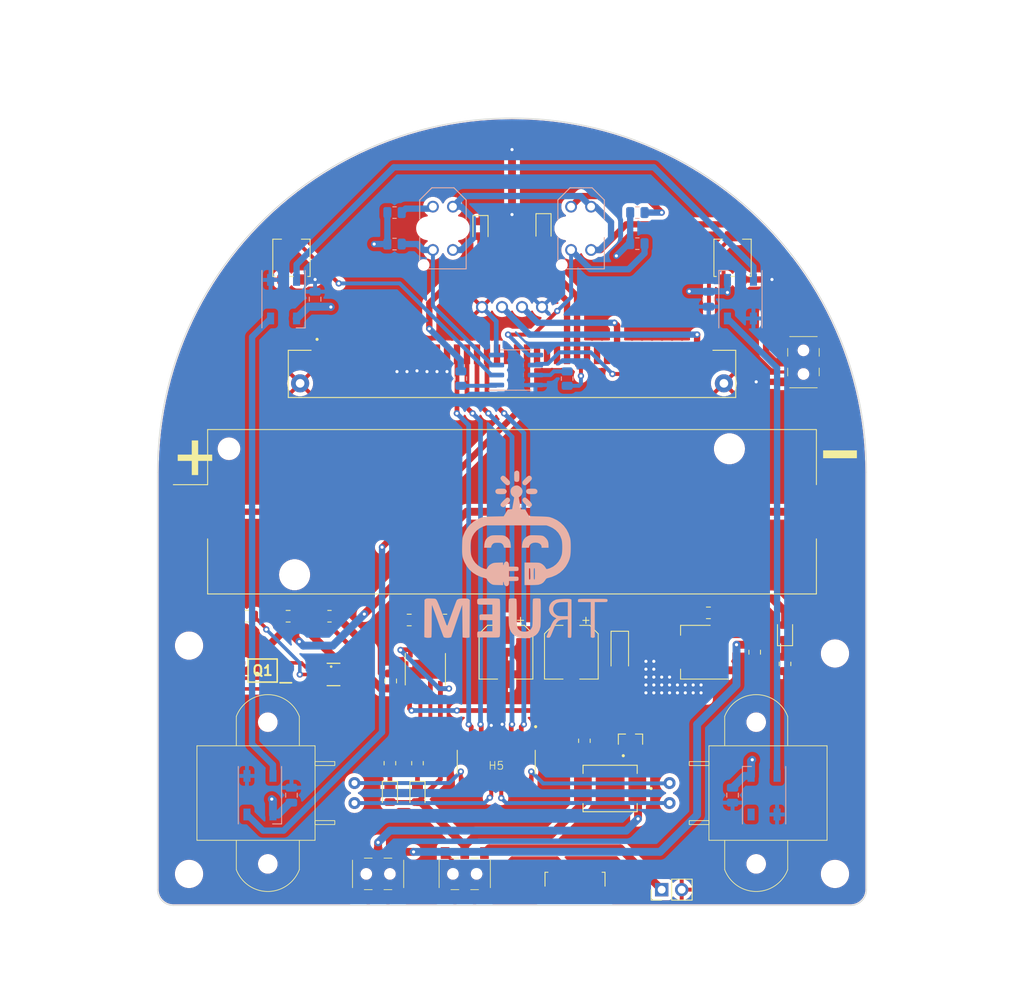
<source format=kicad_pcb>
(kicad_pcb (version 20221018) (generator pcbnew)
  (layers (0 "F.Cu" signal) (31 "B.Cu" signal) (34 "B.Paste" user) (35 "F.Paste" user) (36 "B.SilkS" user "B.Silkscreen") (37 "F.SilkS" user "F.Silkscreen") (38 "B.Mask" user) (39 "F.Mask" user) (44 "Edge.Cuts" user))
  (net 0 "")
  (net 1 "+BATT")
  (net 2 "-BATT")
  (net 3 "VBUS")
  (net 4 "GND")
  (net 5 "Net-(U1-VCC)")
  (net 6 "/Power/Vin")
  (net 7 "+3V3")
  (net 8 "Net-(D1-K)")
  (net 9 "Net-(D2-K)")
  (net 10 "Net-(D4-K)")
  (net 11 "Net-(SW1-B)")
  (net 15 "/Motores/OUT_A1")
  (net 16 "/Motores/OUT_B1")
  (net 17 "/Motores/OUT_A2")
  (net 18 "/Motores/OUT_B2")
  (net 19 "/Digital/LineFollow1")
  (net 20 "Net-(Q1-D12_1)")
  (net 21 "Net-(Q1-G1)")
  (net 22 "Net-(Q1-G2)")
  (net 23 "Net-(U1-CS)")
  (net 24 "Net-(U2-PROG)")
  (net 25 "Net-(U2-~{CHRG})")
  (net 26 "Net-(U2-~{STDBY})")
  (net 29 "/Digital/LineFollow2")
  (net 30 "Net-(D13-DOUT)")
  (net 31 "/Digital/LED_DIN")
  (net 32 "Net-(D14-DOUT)")
  (net 33 "Net-(D15-DOUT)")
  (net 37 "IN_B2")
  (net 38 "IN_A2")
  (net 39 "IN_B1")
  (net 40 "IN_A1")
  (net 50 "/Digital/TRIG")
  (net 58 "/Digital/ECHO")
  (net 60 "Net-(R12-Pad1)")
  (net 61 "Net-(R15-Pad1)")
  (net 62 "Net-(U5A--)")
  (net 63 "Net-(U5B--)")
  (net 64 "Net-(R10-Pad1)")
  (net 65 "Net-(U5A-+)")
  (net 66 "Net-(R13-Pad1)")
  (net 67 "Net-(U5B-+)")
  (net 68 "Net-(SW2-B)")
  (net 69 "Net-(J1-VBUS)")
  (net 70 "Net-(J7-Pin_1)")
  (footprint "Footprint_lib_user:Painel_solar" (layer "F.Cu") (at 78 142.25)
    (fp_text reference "H5")
    (fp_text value "MountingHole")
  )
  (footprint "LED_SMD:LED_0805_2012Metric" (layer "F.Cu") (at 114.66 125.3275 90)
    (fp_text reference "D4" hide)
    (fp_text value "LED RED")
  )
  (footprint "HC-SR04:XCVR_HC-SR04" (layer "F.Cu") (at 80 84 180)
    (fp_text reference "U6" hide)
    (fp_text value "HC-SR04")
  )
  (footprint "MIC127-140-A01:DONGGUAN_MIC127-140-A01" (layer "F.Cu") (at 80 92.12)
    (fp_text reference "J2" hide)
    (fp_text value "MIC127-140-A01")
  )
  (footprint "Footprint_lib_user:DW01A" (layer "F.Cu") (at 57.34 130.67 -90)
    (fp_text reference "U1" hide)
    (fp_text value "DW01A")
  )
  (footprint "Resistor_SMD:R_0805_2012Metric" (layer "F.Cu") (at 56.83 123.27 180)
    (fp_text reference "R1" hide)
    (fp_text value "100")
  )
  (footprint "Resistor_SMD:R_0805_2012Metric" (layer "F.Cu") (at 71.5 123.75 180)
    (fp_text reference "R3" hide)
    (fp_text value "1.2K")
  )
  (footprint "Capacitor_SMD:C_0805_2012Metric" (layer "F.Cu") (at 64.6 131.49 90)
    (fp_text reference "C2" hide)
    (fp_text value "10uF")
  )
  (footprint "Resistor_SMD:R_0805_2012Metric" (layer "F.Cu") (at 114.66 129.3275 -90)
    (fp_text reference "R7" hide)
    (fp_text value "1K")
  )
  (footprint "Potentiometer_SMD:Potentiometer_Bourns_3314G_Vertical" (layer "F.Cu") (at 52 77.75 180)
    (fp_text reference "RV1" hide)
    (fp_text value "POT. 10K")
  )
  (footprint "Resistor_SMD:R_0805_2012Metric" (layer "F.Cu") (at 64.5 141.9375 -90)
    (fp_text reference "R5" hide)
    (fp_text value "1K")
  )
  (footprint "Footprint_lib_user:Motor_N20_com_case" (layer "F.Cu") (at 100 145.73 -90)
    (fp_text reference "J3" hide)
    (fp_text value "MOT_1" hide)
  )
  (footprint "Resistor_SMD:R_0805_2012Metric" (layer "F.Cu") (at 46.33 123.27 180)
    (fp_text reference "R2" hide)
    (fp_text value "1K")
  )
  (footprint "Potentiometer_SMD:Potentiometer_Bourns_3314G_Vertical" (layer "F.Cu") (at 108 77.75 180)
    (fp_text reference "RV2" hide)
    (fp_text value "POT. 10K")
  )
  (footprint "LED_SMD:LED_0805_2012Metric" (layer "F.Cu") (at 64.5 145.9375 -90)
    (fp_text reference "D2" hide)
    (fp_text value "LED GREEN")
  )
  (footprint "LED_SMD:LED_0805_2012Metric" (layer "F.Cu") (at 76 74.0625 -90)
    (fp_text reference "D9" hide)
    (fp_text value "LED")
  )
  (footprint "Diode_SMD:D_MiniMELF" (layer "F.Cu") (at 93.685 127.84 -90)
    (fp_text reference "D5" hide)
    (fp_text value "BZV55B5V1")
  )
  (footprint "Capacitor_SMD:C_0805_2012Metric" (layer "F.Cu") (at 51.58 123.27)
    (fp_text reference "C3" hide)
    (fp_text value "100nF")
  )
  (footprint "Footprint_lib_user:DMP1045U" (layer "F.Cu") (at 95.04 138.8875 90)
    (fp_text reference "Q2" hide)
    (fp_text value "DMP1045U")
  )
  (footprint "Connector_USB:USB_Micro-B_Molex_47346-0001" (layer "F.Cu") (at 88 157.5)
    (fp_text reference "J1" hide)
    (fp_text value "USB_B_Micro")
  )
  (footprint "Capacitor_SMD:CP_Elec_6.3x5.9" (layer "F.Cu") (at 79.235 127.84 -90)
    (fp_text reference "C7" hide)
    (fp_text value "C_Pol")
  )
  (footprint "Footprint_lib_user:MX1508" (layer "F.Cu") (at 78 141.8 -90)
    (fp_text reference "U4" hide)
    (fp_text value "MX1508")
  )
  (footprint "Capacitor_SMD:C_0805_2012Metric" (layer "F.Cu") (at 110.81 127.84 -90)
    (fp_text reference "C4" hide)
    (fp_text value "10uF")
  )
  (footprint "Footprint_lib_user:Espacador" (layer "F.Cu") (at 121 128)
    (fp_text reference "H4" hide)
    (fp_text value "MountingHole")
  )
  (footprint "LED_SMD:LED_0805_2012Metric_Pad1.15x1.40mm_HandSolder" (layer "F.Cu") (at 84 74 -90)
    (fp_text reference "D12" hide)
    (fp_text value "LED")
  )
  (footprint "Resistor_SMD:R_0805_2012Metric" (layer "F.Cu") (at 68 141.9375 -90)
    (fp_text reference "R4" hide)
    (fp_text value "1K")
  )
  (footprint "Footprint_lib_user:TP4056" (layer "F.Cu") (at 69 130 -90)
    (fp_text reference "U2" hide)
    (fp_text value "TP4056")
  )
  (footprint "Footprint_lib_user:Espacador" (layer "F.Cu") (at 121 156)
    (fp_text reference "H2" hide)
    (fp_text value "MountingHole")
  )
  (footprint "Footprint_lib_user:SW_DESLIZANTE" (layer "F.Cu") (at 74 156 -90)
    (fp_text reference "SW3" hide)
    (fp_text value "BAT/PAINEL")
  )
  (footprint "Footprint_lib_user:Espacador" (layer "F.Cu") (at 39 127)
    (fp_text reference "H3" hide)
    (fp_text value "MountingHole")
  )
  (footprint "LED_SMD:LED_0805_2012Metric" (layer "F.Cu") (at 68 145.9375 -90)
    (fp_text reference "D1" hide)
    (fp_text value "LED RED")
  )
  (footprint "Capacitor_SMD:CP_Elec_6.3x5.9" (layer "F.Cu") (at 87.535 127.84 -90)
    (fp_text reference "C6" hide)
    (fp_text value "C_Pol")
  )
  (footprint "Capacitor_SMD:C_0805_2012Metric" (layer "F.Cu") (at 104.935 122.84)
    (fp_text reference "C5" hide)
    (fp_text value "10uF")
  )
  (footprint "Resistor_SMD:R_0805_2012Metric" (layer "F.Cu") (at 89.19 139.0875 90)
    (fp_text reference "R6" hide)
    (fp_text value "10K")
  )
  (footprint "Footprint_lib_user:SS34" (layer "F.Cu") (at 92.455 145.1525 180)
    (fp_text reference "D3" hide)
    (fp_text value "SS34")
  )
  (footprint "Package_TO_SOT_SMD:SOT-223-3_TabPin2" (layer "F.Cu") (at 103.31 127.84 180)
    (fp_text reference "U3" hide)
    (fp_text value "LM1117MP-3.3")
  )
  (footprint "Footprint_lib_user:SW_DESLIZANTE" (layer "F.Cu") (at 117 91)
    (fp_text reference "SW2" hide)
    (fp_text value "ON/OFF LINE FOLLOW")
  )
  (footprint "Battery:BatteryHolder_Keystone_1042_1x18650" (layer "F.Cu") (at 80 110)
    (fp_text reference "BT1" hide)
    (fp_text value "Battery")
  )
  (footprint "Footprint_lib_user:Motor_N20_com_case" (layer "F.Cu") (at 60 145.73 90)
    (fp_text reference "J5" hide)
    (fp_text value "MOT_2" hide)
  )
  (footprint "Capacitor_SMD:C_0805_2012Metric" (layer "F.Cu") (at 66.95 123.75)
    (fp_text reference "C1" hide)
    (fp_text value "10uF")
  )
  (footprint "Connector_PinHeader_2.54mm:PinHeader_1x02_P2.54mm_Vertical" (layer "F.Cu") (at 99 158 90)
    (fp_text reference "J7" hide)
    (fp_text value "Painel solar")
  )
  (footprint "Footprint_lib_user:SW_DESLIZANTE" (layer "F.Cu") (at 63 156 -90)
    (fp_text reference "SW1" hide)
    (fp_text value "ON/OFF")
  )
  (footprint "Footprint_lib_user:Espacador" (layer "F.Cu") (at 39 156)
    (fp_text reference "H1" hide)
    (fp_text value "MountingHole")
  )
  (footprint "Footprint_lib_user:FS8205A" (layer "F.Cu") (at 48.34 130.17 180)
    (fp_text reference "Q1")
    (fp_text value "FS8205A" hide)
  )
  (footprint "LOGO" (layer "B.Cu") (at 79.898585 116.5 180)
    (fp_text reference "G***" hide)
    (fp_text value "LOGO" hide)
  )
  (footprint "Capacitor_SMD:C_0805_2012Metric" (layer "B.Cu") (at 55 83 -90)
    (fp_text reference "C9" hide)
    (fp_text value "100nF")
  )
  (footprint "TCRT5000:OPTO_TCRT5000" (layer "B.Cu") (at 88.77 74 90)
    (fp_text reference "U7" hide)
    (fp_text value "TCRT5000")
  )
  (footprint "LED_SMD:LED_WS2812B_PLCC4_5.0x5.0mm_P3.2mm" (layer "B.Cu") (at 51 83 -90)
    (fp_text reference "D14" hide)
    (fp_text value "WS2812B")
  )
  (footprint "Resistor_SMD:R_0805_2012Metric" (layer "B.Cu") (at 87 93.0875 -90)
    (fp_text reference "R15" hide)
    (fp_text value "330")
  )
  (footprint "Resistor_SMD:R_0805_2012Metric" (layer "B.Cu") (at 65.0875 72 180)
    (fp_text reference "R10" hide)
    (fp_text value "200")
  )
  (footprint "LED_SMD:LED_WS2812B_PLCC4_5.0x5.0mm_P3.2mm" (layer "B.Cu") (at 112 146 90)
    (fp_text reference "D16" hide)
    (fp_text value "WS2812B")
  )
  (footprint "LED_SMD:LED_WS2812B_PLCC4_5.0x5.0mm_P3.2mm" (layer "B.Cu") (at 48 146 -90)
    (fp_text reference "D13" hide)
    (fp_text value "WS2812B")
  )
  (footprint "TCRT5000:OPTO_TCRT5000" (layer "B.Cu") (at 71.23 74 90)
    (fp_text reference "U8" hide)
    (fp_text value "TCRT5000")
  )
  (footprint "LED_SMD:LED_WS2812B_PLCC4_5.0x5.0mm_P3.2mm" (layer "B.Cu") (at 109 83 90)
    (fp_text reference "D15" hide)
    (fp_text value "WS2812B")
  )
  (footprint "Capacitor_SMD:C_0805_2012Metric" (layer "B.Cu") (at 104.95 83 90)
    (fp_text reference "C10" hide)
    (fp_text value "100nF")
  )
  (footprint "Capacitor_SMD:C_0805_2012Metric" (layer "B.Cu") (at 52 146 -90)
    (fp_text reference "C8" hide)
    (fp_text value "100nF")
  )
  (footprint "Package_SO:SOIC-8_3.9x4.9mm_P1.27mm" (layer "B.Cu") (at 80.5 92)
    (fp_text reference "U5" hide)
    (fp_text value "LM358")
  )
  (footprint "Resistor_SMD:R_0805_2012Metric" (layer "B.Cu") (at 95.9125 75.95 180)
    (fp_text reference "R14" hide)
    (fp_text value "10k")
  )
  (footprint "Resistor_SMD:R_0805_2012Metric" (layer "B.Cu") (at 73.5 93.0875 90)
    (fp_text reference "R12" hide)
    (fp_text value "330")
  )
  (footprint "Capacitor_SMD:C_0805_2012Metric" (layer "B.Cu") (at 108 146 90)
    (fp_text reference "C11" hide)
    (fp_text value "100nF")
  )
  (footprint "Resistor_SMD:R_0805_2012Metric" (layer "B.Cu") (at 95.9125 72 180)
    (fp_text reference "R13" hide)
    (fp_text value "200")
  )
  (footprint "Resistor_SMD:R_0805_2012Metric" (layer "B.Cu") (at 65.0875 76 180)
    (fp_text reference "R11" hide)
    (fp_text value "10k")
  )
  (gr_arc (start 37 160) (mid 35.585786 159.414214) (end 35 158) (stroke (width 0.1)) (layer "Edge.Cuts"))
  (gr_line (start 125 158) (end 125 105) (stroke (width 0.1)) (layer "Edge.Cuts"))
  (gr_arc (start 125 158) (mid 124.414214 159.414214) (end 123 160) (stroke (width 0.1)) (layer "Edge.Cuts"))
  (gr_arc (start 35 105) (mid 80 60) (end 125 105) (stroke (width 0.1)) (layer "Edge.Cuts"))
  (gr_line (start 35 158) (end 35 105) (stroke (width 0.1)) (layer "Edge.Cuts"))
  (gr_line (start 37 160) (end 123 160) (stroke (width 0.1)) (layer "Edge.Cuts"))
  (segment (start 52.5 110) (end 57.7425 115.2425) (width 0.8) (layer "F.Cu") (net 1))
  (segment (start 67 132.57) (end 67.095 132.475) (width 0.6) (layer "F.Cu") (net 1))
  (segment (start 61.96 127.4875) (end 57.7425 123.27) (width 1) (layer "F.Cu") (net 1))
  (segment (start 57.7425 115.2425) (end 57.7425 123.27) (width 0.8) (layer "F.Cu") (net 1))
  (segment (start 64.6 132.44) (end 63.36 132.44) (width 1) (layer "F.Cu") (net 1))
  (segment (start 92.4725 135.25) (end 73 135.25) (width 0.6) (layer "F.Cu") (net 1))
  (segment (start 63.36 132.44) (end 61.96 131.04) (width 1) (layer "F.Cu") (net 1))
  (segment (start 64.6 132.44) (end 66.75 132.44) (width 1) (layer "F.Cu") (net 1))
  (segment (start 40.67 110) (end 52.5 110) (width 0.8) (layer "F.Cu") (net 1))
  (segment (start 67.25 135.25) (end 67 135) (width 0.6) (layer "F.Cu") (net 1))
  (segment (start 67 135) (end 67 132.57) (width 0.6) (layer "F.Cu") (net 1))
  (segment (start 95.04 137.8175) (end 92.4725 135.25) (width 0.6) (layer "F.Cu") (net 1))
  (segment (start 61.96 131.04) (end 61.96 127.4875) (width 1) (layer "F.Cu") (net 1))
  (via (at 73 135.25) (size 0.8) (drill 0.4) (layers "F.Cu" "B.Cu") (net 1))
  (via (at 67.25 135.25) (size 0.8) (drill 0.4) (layers "F.Cu" "B.Cu") (net 1))
  (segment (start 73 135.25) (end 67.25 135.25) (width 0.6) (layer "B.Cu") (net 1))
  (segment (start 51.278 129.845) (end 51.278 130.495) (width 0.45) (layer "F.Cu") (net 2))
  (segment (start 119.33 110) (end 74.25 110) (width 1) (layer "F.Cu") (net 2))
  (segment (start 53 126.5) (end 52.5 126) (width 1) (layer "F.Cu") (net 2))
  (segment (start 58.39 129.47) (end 52.53 123.61) (width 1) (layer "F.Cu") (net 2))
  (segment (start 49.2 126.94) (end 49.2 129.25) (width 1) (layer "F.Cu") (net 2))
  (segment (start 74.25 110) (end 61.25 123) (width 1) (layer "F.Cu") (net 2))
  (segment (start 52.53 123.61) (end 52.53 123.27) (width 0.6) (layer "F.Cu") (net 2))
  (segment (start 52.5 123.3) (end 52.53 123.27) (width 1) (layer "F.Cu") (net 2))
  (segment (start 49.2 129.25) (end 50.17 130.22) (width 1) (layer "F.Cu") (net 2))
  (segment (start 52.5 126) (end 52.5 123.3) (width 1) (layer "F.Cu") (net 2))
  (segment (start 52.53 123.61) (end 49.2 126.94) (width 1) (layer "F.Cu") (net 2))
  (segment (start 50.17 130.22) (end 51.278 130.22) (width 1) (layer "F.Cu") (net 2))
  (via (at 53 126.5) (size 0.8) (drill 0.4) (layers "F.Cu" "B.Cu") (net 2))
  (via (at 61.25 123) (size 0.8) (drill 0.4) (layers "F.Cu" "B.Cu") (net 2))
  (segment (start 53.5 127) (end 57.25 127) (width 1) (layer "B.Cu") (net 2))
  (segment (start 57.25 127) (end 61.25 123) (width 1) (layer "B.Cu") (net 2))
  (segment (start 53 126.5) (end 53.5 127) (width 1) (layer "B.Cu") (net 2))
  (segment (start 66 124.9) (end 66 123.75) (width 0.6) (layer "F.Cu") (net 3))
  (segment (start 68.4375 146.875) (end 68 146.875) (width 1) (layer "F.Cu") (net 3))
  (segment (start 74 152.4375) (end 75.4375 151) (width 1) (layer "F.Cu") (net 3))
  (segment (start 68 146.875) (end 64.5 146.875) (width 0.5) (layer "F.Cu") (net 3))
  (segment (start 67.095 127.525) (end 67.095 125.995) (width 0.6) (layer "F.Cu") (net 3))
  (segment (start 65.885 127.525) (end 65.85 127.56) (width 0.6) (layer "F.Cu") (net 3))
  (segment (start 70.92 132.46) (end 70.905 132.475) (width 0.6) (layer "F.Cu") (net 3))
  (segment (start 67.095 127.525) (end 65.885 127.525) (width 0.6) (layer "F.Cu") (net 3))
  (segment (start 70.905 143.97) (end 68 146.875) (width 0.6) (layer "F.Cu") (net 3))
  (segment (start 89 147) (end 89 145.1525) (width 1) (layer "F.Cu") (net 3))
  (segment (start 89 145.1525) (end 89 140.19) (width 1) (layer "F.Cu") (net 3))
  (segment (start 89.19 140) (end 94.0825 140) (width 1) (layer "F.Cu") (net 3))
  (segment (start 75.4375 151) (end 85 151) (width 1) (layer "F.Cu") (net 3))
  (segment (start 70.905 132.475) (end 70.905 143.97) (width 0.6) (layer "F.Cu") (net 3))
  (segment (start 85 151) (end 89 147) (width 1) (layer "F.Cu") (net 3))
  (segment (start 94.0825 140) (end 94.125 139.9575) (width 1) (layer "F.Cu") (net 3))
  (segment (start 67.095 125.995) (end 66 124.9) (width 0.6) (layer "F.Cu") (net 3))
  (segment (start 72 132.46) (end 70.92 132.46) (width 0.6) (layer "F.Cu") (net 3))
  (segment (start 74 153.35) (end 74 152.4375) (width 1) (layer "F.Cu") (net 3))
  (segment (start 89 140.19) (end 89.19 140) (width 1) (layer "F.Cu") (net 3))
  (segment (start 74 152.4375) (end 68.4375 146.875) (width 1) (layer "F.Cu") (net 3))
  (via (at 72 132.46) (size 0.8) (drill 0.4) (layers "F.Cu" "B.Cu") (net 3))
  (via (at 65.85 127.56) (size 0.8) (drill 0.4) (layers "F.Cu" "B.Cu") (net 3))
  (segment (start 72 132.46) (end 70.75 132.46) (width 0.6) (layer "B.Cu") (net 3))
  (segment (start 70.75 132.46) (end 65.85 127.56) (width 0.6) (layer "B.Cu") (net 3))
  (segment (start 70.905 126.045) (end 70.905 127.525) (width 0.6) (layer "F.Cu") (net 4))
  (segment (start 105.885 122.84) (end 107.84 122.84) (width 0.8) (layer "F.Cu") (net 4))
  (segment (start 74.825 144.6) (end 76.095 144.6) (width 0.5) (layer "F.Cu") (net 4))
  (segment (start 47.14 129.52) (end 46.44 130.22) (width 1) (layer "F.Cu") (net 4))
  (segment (start 89.55 158.7) (end 91.375 158.7) (width 0.8) (layer "F.Cu") (net 4))
  (segment (start 89.475 156.125) (end 89.475 156.04) (width 0.8) (layer "F.Cu") (net 4))
  (segment (start 68.46 130.54) (end 69 130) (width 0.6) (layer "F.Cu") (net 4))
  (segment (start 87.735 130.84) (end 87.535 130.64) (width 1) (layer "F.Cu") (net 4))
  (segment (start 106.75 80.6) (end 106.85 80.5) (width 0.8) (layer "F.Cu") (net 4))
  (segment (start 82.375 156.125) (end 82.25 156) (width 0.8) (layer "F.Cu") (net 4))
  (segment (start 90.4875 156.125) (end 89.475 156.125) (width 0.8) (layer "F.Cu") (net 4))
  (segment (start 110.81 128.79) (end 109.46 130.14) (width 1) (layer "F.Cu") (net 4))
  (segment (start 84.625 158.7) (end 86.85 158.7) (width 0.8) (layer "F.Cu") (net 4))
  (segment (start 64.6 130.54) (end 68.46 130.54) (width 0.6) (layer "F.Cu") (net 4))
  (segment (start 107.84 122.84) (end 108 123) (width 0.8) (layer "F.Cu") (net 4))
  (segment (start 84.625 158.7) (end 82.3 158.7) (width 0.8) (layer "F.Cu") (net 4))
  (segment (start 79.235 130.64) (end 87.535 130.64) (width 1) (layer "F.Cu") (net 4))
  (segment (start 92.485 129.59) (end 91.235 130.84) (width 1) (layer "F.Cu") (net 4))
  (segment (start 97.75 82) (end 102.5 82) (width 0.8) (layer "F.Cu") (net 4))
  (segment (start 93.25 77.5) (end 97.75 82) (width 0.8) (layer "F.Cu") (net 4))
  (segment (start 72.4125 124.5375) (end 70.905 126.045) (width 0.6) (layer "F.Cu") (net 4))
  (segment (start 93.685 129.59) (end 92.485 129.59) (width 1) (layer "F.Cu") (net 4))
  (segment (start 91.375 158.7) (end 93.95 158.7) (width 0.8) (layer "F.Cu") (net 4))
  (segment (start 67.9 125.07) (end 67.9 123.75) (width 0.6) (layer "F.Cu") (net 4))
  (segment (start 79.905 144.6) (end 81.175 144.6) (width 0.5) (layer "F.Cu") (net 4))
  (segment (start 47.14 125.87) (end 47.14 129.52) (width 1) (layer "F.Cu") (net 4))
  (segment (start 46.44 130.22) (end 45.402 130.22) (width 1) (layer "F.Cu") (net 4))
  (segment (start 106.75 81.55) (end 106.75 80.6) (width 0.8) (layer "F.Cu") (net 4))
  (segment (start 86.85 158.7) (end 89.55 158.7) (width 0.8) (layer "F.Cu") (net 4))
  (segment (start 91.375 158.7) (end 91.375 157.0125) (width 0.8) (layer "F.Cu") (net 4))
  (segment (start 91.235 130.84) (end 87.735 130.84) (width 1) (layer "F.Cu") (net 4))
  (segment (start 109.46 130.14) (end 106.46 130.14) (width 1) (layer "F.Cu") (net 4))
  (segment (start 45.4175 124.1475) (end 47.14 125.87) (width 1) (layer "F.Cu") (net 4))
  (segment (start 45.4175 123.27) (end 45.4175 124.1475) (width 1) (layer "F.Cu") (net 4))
  (segment (start 107.35 82.15) (end 106.75 81.55) (width 0.8) (layer "F.Cu") (net 4))
  (segment (start 82.3 158.7) (end 82.25 158.75) (width 0.8) (layer "F.Cu") (net 4))
  (segment (start 68.365 125.535) (end 67.9 125.07) (width 0.6) (layer "F.Cu") (net 4))
  (segment (start 85.5125 156.125) (end 82.375 156.125) (width 0.8) (layer "F.Cu") (net 4))
  (segment (start 72.4125 123.75) (end 72.4125 124.5375) (width 0.6) (layer "F.Cu") (net 4))
  (segment (start 68.365 127.525) (end 68.365 125.535) (width 0.6) (layer "F.Cu") (net 4))
  (segment (start 91.375 157.0125) (end 90.4875 156.125) (width 0.8) (layer "F.Cu") (net 4))
  (via (at 57 84) (size 0.8) (drill 0.4) (layers "F.Cu" "B.Cu") (net 4))
  (via (at 49.5 146.5) (size 0.8) (drill 0.4) (layers "F.Cu" "B.Cu") (net 4))
  (via (at 110.5 141.5) (size 0.8) (drill 0.4) (layers "F.Cu" "B.Cu") (net 4))
  (via (at 62.5 76) (size 0.8) (drill 0.4) (layers "F.Cu" "B.Cu") (net 4))
  (via (at 93.25 77.5) (size 0.8) (drill 0.4) (layers "F.Cu" "B.Cu") (net 4))
  (via (at 102.5 82) (size 0.8) (drill 0.4) (layers "F.Cu" "B.Cu") (net 4))
  (via (at 107.35 82.15) (size 0.8) (drill 0.4) (layers "F.Cu" "B.Cu") (net 4))
  (segment (start 78 90.07) (end 78.025 90.095) (width 0.6) (layer "B.Cu") (net 4))
  (segment (start 109.5 143.55) (end 108 145.05) (width 1) (layer "B.Cu") (net 4))
  (segment (start 107.35 82.15) (end 107.2 82) (width 0.8) (layer "B.Cu") (net 4))
  (segment (start 94.8 75.95) (end 93.25 77.5) (width 0.8) (layer "B.Cu") (net 4))
  (segment (start 95 75.95) (end 94.8 75.95) (width 0.8) (layer "B.Cu") (net 4))
  (segment (start 51.8 146.95) (end 52 146.95) (width 1) (layer "B.Cu") (net 4))
  (segment (start 110.35 143.55) (end 110.35 141.65) (width 1) (layer "B.Cu") (net 4))
  (segment (start 78 85.81) (end 78 90.07) (width 0.6) (layer "B.Cu") (net 4))
  (segment (start 105 82) (end 104.95 82.05) (width 0.8) (layer "B.Cu") (net 4))
  (segment (start 76.19 84) (end 78 85.81) (width 0.6) (layer "B.Cu") (net 4))
  (segment (start 64.175 76) (end 64.175 72) (width 0.8) (layer "B.Cu") (net 4))
  (segment (start 107.35 82.15) (end 107.35 80.55) (width 0.8) (layer "B.Cu") (net 4))
  (segment (start 95 72) (end 95 75.95) (width 0.8) (layer "B.Cu") (net 4))
  (segment (start 56.95 83.95) (end 57 84) (width 1) (layer "B.Cu") (net 4))
  (segment (start 54.15 83.95) (end 52.65 85.45) (width 1) (layer "B.Cu") (net 4))
  (segment (start 104.9 82) (end 104.95 82.05) (width 0.8) (layer "B.Cu") (net 4))
  (segment (start 110.35 141.65) (end 110.5 141.5) (width 1) (layer "B.Cu") (net 4))
  (segment (start 55 83.95) (end 56.95 83.95) (width 1) (layer "B.Cu") (net 4))
  (segment (start 107.2 82) (end 105 82) (width 0.8) (layer "B.Cu") (net 4))
  (segment (start 49.65 148.45) (end 49.65 146.65) (width 1) (layer "B.Cu") (net 4))
  (segment (start 102.5 82) (end 104.9 82) (width 0.8) (layer "B.Cu") (net 4))
  (segment (start 50.3 148.45) (end 51.8 146.95) (width 1) (layer "B.Cu") (net 4))
  (segment (start 55 83.95) (end 54.15 83.95) (width 1) (layer "B.Cu") (net 4))
  (segment (start 49.65 148.45) (end 50.3 148.45) (width 1) (layer "B.Cu") (net 4))
  (segment (start 110.35 143.55) (end 109.5 143.55) (width 1) (layer "B.Cu") (net 4))
  (segment (start 64.175 76) (end 62.5 76) (width 0.8) (layer "B.Cu") (net 4))
  (segment (start 49.65 146.65) (end 49.5 146.5) (width 1) (layer "B.Cu") (net 4))
  (segment (start 54.46 121.54) (end 51.41 121.54) (width 0.6) (layer "F.Cu") (net 5))
  (segment (start 55.9175 123.27) (end 55.9175 122.9975) (width 0.6) (layer "F.Cu") (net 5))
  (segment (start 59.54 130.67) (end 60.04 130.17) (width 0.6) (layer "F.Cu") (net 5))
  (segment (start 50.63 122.32) (end 50.63 123.27) (width 0.6) (layer "F.Cu") (net 5))
  (segment (start 58.64 130.67) (end 59.54 130.67) (width 0.6) (layer "F.Cu") (net 5))
  (segment (start 55.9175 122.9975) (end 54.46 121.54) (width 0.6) (layer "F.Cu") (net 5))
  (segment (start 60.04 130.17) (end 60.04 127.65625) (width 0.6) (layer "F.Cu") (net 5))
  (segment (start 55.9175 123.53375) (end 55.9175 123.27) (width 0.6) (layer "F.Cu") (net 5))
  (segment (start 60.04 127.65625) (end 55.9175 123.53375) (width 0.6) (layer "F.Cu") (net 5))
  (segment (start 51.41 121.54) (end 50.63 122.32) (width 0.6) (layer "F.Cu") (net 5))
  (segment (start 67.5 153.2) (end 65.65 153.2) (width 1) (layer "F.Cu") (net 6))
  (segment (start 109.46 125.54) (end 106.46 125.54) (width 1) (layer "F.Cu") (net 6))
  (segment (start 108.5 126.89) (end 110.81 126.89) (width 1) (layer "F.Cu") (net 6))
  (segment (start 65.65 153.2) (end 65.5 153.35) (width 1) (layer "F.Cu") (net 6))
  (segment (start 110.81 126.89) (end 109.46 125.54) (width 1) (layer "F.Cu") (net 6))
  (via (at 67.5 153.2) (size 0.8) (drill 0.4) (layers "F.Cu" "B.Cu") (net 6))
  (via (at 108.5 126.89) (size 0.8) (drill 0.4) (layers "F.Cu" "B.Cu") (net 6))
  (segment (start 103.5 137) (end 108.5 132) (width 1) (layer "B.Cu") (net 6))
  (segment (start 108.5 132) (end 108.5 126.89) (width 1) (layer "B.Cu") (net 6))
  (segment (start 103.5 148.5) (end 103.5 137) (width 1) (layer "B.Cu") (net 6))
  (segment (start 67.5 153.2) (end 98.8 153.2) (width 1) (layer "B.Cu") (net 6))
  (segment (start 98.8 153.2) (end 103.5 148.5) (width 1) (layer "B.Cu") (net 6))
  (segment (start 77.365 140.115) (end 77.365 139.145) (width 0.6) (layer "F.Cu") (net 7))
  (segment (start 90.435 125.04) (end 91.485 126.09) (width 1) (layer "F.Cu") (net 7))
  (segment (start 71.745 92.2) (end 71.745 90) (width 0.8) (layer "F.Cu") (net 7))
  (segment (start 105 121) (end 103.985 122.015) (width 1) (layer "F.Cu") (net 7))
  (segment (start 78.635 137.115) (end 78.635 139) (width 0.5) (layer "F.Cu") (net 7))
  (segment (start 87.535 125.04) (end 90.435 125.04) (width 1) (layer "F.Cu") (net 7))
  (segment (start 77.365 139.145) (end 77.365 140.185) (width 0.6) (layer "F.Cu") (net 7))
  (segment (start 74.3 141.05) (end 73.555 140.305) (width 0.6) (layer "F.Cu") (net 7))
  (segment (start 95.435 127.84) (end 100.16 127.84) (width 1) (layer "F.Cu") (net 7))
  (segment (start 65.395 92.2) (end 65.395 90) (width 0.8) (layer "F.Cu") (net 7))
  (segment (start 82.445 139.145) (end 82.445 140.405) (width 0.6) (layer "F.Cu") (net 7))
  (segment (start 80 64) (end 80 72.25) (width 1) (layer "F.Cu") (net 7))
  (segment (start 114.66 124.39) (end 114.66 122.66) (width 1) (layer "F.Cu") (net 7))
  (segment (start 77.365 140.185) (end 76.5 141.05) (width 0.6) (layer "F.Cu") (net 7))
  (segment (start 66.665 92.2) (end 66.665 90) (width 0.8) (layer "F.Cu") (net 7))
  (segment (start 114.35 93.5) (end 111 93.5) (width 0.8) (layer "F.Cu") (net 7))
  (segment (start 114.66 122.66) (end 113 121) (width 1) (layer "F.Cu") (net 7))
  (segment (start 113 121) (end 105 121) (width 1) (layer "F.Cu") (net 7))
  (segment (start 103.985 122.015) (end 103.985 122.84) (width 1) (layer "F.Cu") (net 7))
  (segment (start 78.3 141.05) (end 77.365 140.115) (width 0.6) (layer "F.Cu") (net 7))
  (segment (start 91.485 126.09) (end 93.685 126.09) (width 1) (layer "F.Cu") (net 7))
  (segment (start 53.15 80.5) (end 55 80.5) (width 0.8) (layer "F.Cu") (net 7))
  (segment (start 77.365 137.135) (end 77.365 139) (width 0.5) (layer "F.Cu") (net 7))
  (segment (start 100.16 126.665) (end 103.985 122.84) (width 1) (layer "F.Cu") (net 7))
  (segment (start 78.635 139) (end 77.365 139) (width 0.5) (layer "F.Cu") (net 7))
  (segment (start 69.205 92.2) (end 69.205 90) (width 0.8) (layer "F.Cu") (net 7))
  (segment (start 82.445 140.405) (end 81.8 141.05) (width 0.6) (layer "F.Cu") (net 7))
  (segment (start 70.475 92.2) (end 70.475 90) (width 0.8) (layer "F.Cu") (net 7))
  (segment (start 79.235 125.04) (end 87.535 125.04) (width 1) (layer "F.Cu") (net 7))
  (segment (start 76.5 141.05) (end 74.3 141.05) (width 0.6) (layer "F.Cu") (net 7))
  (segment (start 109.15 80.5) (end 113 80.5) (width 0.8) (layer "F.Cu") (net 7))
  (segment (start 100.16 127.84) (end 106.46 127.84) (width 1) (layer "F.Cu") (net 7))
  (segment (start 81.8 141.05) (end 78.3 141.05) (width 0.6) (layer "F.Cu") (net 7))
  (segment (start 100.16 127.84) (end 100.16 126.665) (width 1) (layer "F.Cu") (net 7))
  (segment (start 67.935 92.1) (end 67.935 90) (width 0.8) (layer "F.Cu") (net 7))
  (segment (start 78.75 137) (end 78.635 137.115) (width 0.5) (layer "F.Cu") (net 7))
  (segment (start 93.685 126.09) (end 95.435 127.84) (width 1) (layer "F.Cu") (net 7))
  (segment (start 73.555 140.305) (end 73.555 139.145) (width 0.6) (layer "F.Cu") (net 7))
  (via (at 111 93.5) (size 0.8) (drill 0.4) (layers "F.Cu" "B.Cu") (net 7))
  (via (at 100 131) (size 0.8) (drill 0.4) (layers "F.Cu" "B.Cu") (net 7))
  (via (at 97 133) (size 0.8) (drill 0.4) (layers "F.Cu" "B.Cu") (net 7))
  (via (at 78.75 137) (size 0.8) (drill 0.4) (layers "F.Cu" "B.Cu") (net 7))
  (via (at 99 132) (size 0.8) (drill 0.4) (layers "F.Cu" "B.Cu") (net 7))
  (via (at 67.935 92.1) (size 0.8) (drill 0.4) (layers "F.Cu" "B.Cu") (net 7))
  (via (at 98 131) (size 0.8) (drill 0.4) (layers "F.Cu" "B.Cu") (net 7))
  (via (at 101 132) (size 0.8) (drill 0.4) (layers "F.Cu" "B.Cu") (net 7))
  (via (at 102 133) (size 0.8) (drill 0.4) (layers "F.Cu" "B.Cu") (net 7))
  (via (at 97 132) (size 0.8) (drill 0.4) (layers "F.Cu" "B.Cu") (net 7))
  (via (at 102 132) (size 0.8) (drill 0.4) (layers "F.Cu" "B.Cu") (net 7))
  (via (at 98 129) (size 0.8) (drill 0.4) (layers "F.Cu" "B.Cu") (net 7))
  (via (at 100 133) (size 0.8) (drill 0.4) (layers "F.Cu" "B.Cu") (net 7))
  (via (at 97 130) (size 0.8) (drill 0.4) (layers "F.Cu" "B.Cu") (net 7))
  (via (at 70.475 92.2) (size 0.8) (drill 0.4) (layers "F.Cu" "B.Cu") (net 7))
  (via (at 97 129) (size 0.8) (drill 0.4) (layers "F.Cu" "B.Cu") (net 7))
  (via (at 80 64) (size 0.8) (drill 0.4) (layers "F.Cu" "B.Cu") (net 7))
  (via (at 104 132) (size 0.8) (drill 0.4) (layers "F.Cu" "B.Cu") (net 7))
  (via (at 55 80.5) (size 0.8) (drill 0.4) (layers "F.Cu" "B.Cu") (net 7))
  (via (at 71.745 92.2) (size 0.8) (drill 0.4) (layers "F.Cu" "B.Cu") (net 7))
  (via (at 103 132) (size 0.8) (drill 0.4) (layers "F.Cu" "B.Cu") (net 7))
  (via (at 77.365 137.135) (size 0.8) (drill 0.4) (layers "F.Cu" "B.Cu") (net 7))
  (via (at 99 131) (size 0.8) (drill 0.4) (layers "F.Cu" "B.Cu") (net 7))
  (via (at 101 133) (size 0.8) (drill 0.4) (layers "F.Cu" "B.Cu") (net 7))
  (via (at 100 132) (size 0.8) (drill 0.4) (layers "F.Cu" "B.Cu") (net 7))
  (via (at 97 131) (size 0.8) (drill 0.4) (layers "F.Cu" "B.Cu") (net 7))
  (via (at 98 133) (size 0.8) (drill 0.4) (layers "F.Cu" "B.Cu") (net 7))
  (via (at 98 130) (size 0.8) (drill 0.4) (layers "F.Cu" "B.Cu") (net 7))
  (via (at 98 132) (size 0.8) (drill 0.4) (layers "F.Cu" "B.Cu") (net 7))
  (via (at 65.395 92.2) (size 0.8) (drill 0.4) (layers "F.Cu" "B.Cu") (net 7))
  (via (at 104 133) (size 0.8) (drill 0.4) (layers "F.Cu" "B.Cu") (net 7))
  (via (at 99 133) (size 0.8) (drill 0.4) (layers "F.Cu" "B.Cu") (net 7))
  (via (at 69.205 92.2) (size 0.8) (drill 0.4) (layers "F.Cu" "B.Cu") (net 7))
  (via (at 103 133) (size 0.8) (drill 0.4) (layers "F.Cu" "B.Cu") (net 7))
  (via (at 66.665 92.2) (size 0.8) (drill 0.4) (layers "F.Cu" "B.Cu") (net 7))
  (via (at 80 72.25) (size 0.8) (drill 0.4) (layers "F.Cu" "B.Cu") (net 7))
  (via (at 113 80.5) (size 0.8) (drill 0.4) (layers "F.Cu" "B.Cu") (net 7))
  (segment (start 68 145) (end 68 142.85) (width 0.6) (layer "F.Cu") (net 8))
  (segment (start 64.5 145) (end 64.5 142.85) (width 0.6) (layer "F.Cu") (net 9))
  (segment (start 114.66 128.415) (end 114.66 126.265) (width 1) (layer "F.Cu") (net 10))
  (segment (start 96 149) (end 96 145.2425) (width 1) (layer "F.Cu") (net 11))
  (segment (start 95.91 145.1525) (end 95.91 140.0025) (width 1) (layer "F.Cu") (net 11))
  (segment (start 95.91 140.0025) (end 95.955 139.9575) (width 1) (layer "F.Cu") (net 11))
  (segment (start 96 145.2425) (end 95.91 145.1525) (width 1) (layer "F.Cu") (net 11))
  (segment (start 63 153.35) (end 63 152) (width 1) (layer "F.Cu") (net 11))
  (via (at 96 149) (size 0.8) (drill 0.4) (layers "F.Cu" "B.Cu") (net 11))
  (via (at 63 152) (size 0.8) (drill 0.4) (layers "F.Cu" "B.Cu") (net 11))
  (segment (start 63 152) (end 64.5 150.5) (width 1) (layer "B.Cu") (net 11))
  (segment (start 94.5 150.5) (end 96 149) (width 1) (layer "B.Cu") (net 11))
  (segment (start 64.5 150.5) (end 94.5 150.5) (width 1) (layer "B.Cu") (net 11))
  (segment (start 82.445 143) (end 82.445 144.6) (width 0.5) (layer "F.Cu") (net 15))
  (via (at 82.445 143) (size 0.8) (drill 0.4) (layers "F.Cu" "B.Cu") (net 15))
  (segment (start 82.445 143) (end 83.945 144.5) (width 0.5) (layer "B.Cu") (net 15))
  (segment (start 83.945 144.5) (end 99.96 144.5) (width 0.5) (layer "B.Cu") (net 15))
  (segment (start 99.96 144.5) (end 100 144.46) (width 0.5) (layer "B.Cu") (net 15))
  (segment (start 78.635 146.365) (end 78.635 144.6) (width 0.5) (layer "F.Cu") (net 16))
  (via (at 78.635 146.365) (size 0.8) (drill 0.4) (layers "F.Cu" "B.Cu") (net 16))
  (segment (start 79.27 147) (end 100 147) (width 0.5) (layer "B.Cu") (net 16))
  (segment (start 78.635 146.365) (end 79.27 147) (width 0.5) (layer "B.Cu") (net 16))
  (segment (start 77.1825 146.3175) (end 77.365 146.135) (width 0.5) (layer "F.Cu") (net 17))
  (segment (start 77.365 146.135) (end 77.365 144.6) (width 0.5) (layer "F.Cu") (net 17))
  (via (at 77.1825 146.3175) (size 0.8) (drill 0.4) (layers "F.Cu" "B.Cu") (net 17))
  (segment (start 77.1825 146.3175) (end 76.5 147) (width 0.5) (layer "B.Cu") (net 17))
  (segment (start 76.5 147) (end 60 147) (width 0.5) (layer "B.Cu") (net 17))
  (segment (start 73.5 144.545) (end 73.555 144.6) (width 0.5) (layer "F.Cu") (net 18))
  (segment (start 73.5 143) (end 73.5 144.545) (width 0.5) (layer "F.Cu") (net 18))
  (via (at 73.5 143) (size 0.8) (drill 0.4) (layers "F.Cu" "B.Cu") (net 18))
  (segment (start 73.5 143) (end 72.04 144.46) (width 0.5) (layer "B.Cu") (net 18))
  (segment (start 72.04 144.46) (end 60 144.46) (width 0.5) (layer "B.Cu") (net 18))
  (segment (start 78.75 75) (end 86.985 83.235) (width 0.8) (layer "F.Cu") (net 19))
  (segment (start 76 77) (end 76 75) (width 0.8) (layer "F.Cu") (net 19))
  (segment (start 76 75) (end 78.75 75) (width 0.8) (layer "F.Cu") (net 19))
  (segment (start 69.5 83.5) (end 76 77) (width 0.8) (layer "F.Cu") (net 19))
  (segment (start 86.985 83.235) (end 86.985 90) (width 0.8) (layer "F.Cu") (net 19))
  (segment (start 69.5 86.75) (end 69.5 83.5) (width 0.8) (layer "F.Cu") (net 19))
  (via (at 69.5 86.75) (size 0.8) (drill 0.4) (layers "F.Cu" "B.Cu") (net 19))
  (segment (start 73.45 92.125) (end 73.5 92.175) (width 0.5) (layer "B.Cu") (net 19))
  (segment (start 73.5 90.75) (end 73.5 92.175) (width 0.8) (layer "B.Cu") (net 19))
  (segment (start 69.5 86.75) (end 73.5 90.75) (width 0.8) (layer "B.Cu") (net 19))
  (segment (start 45.402 131.145) (end 51.278 131.145) (width 0.45) (layer "F.Cu") (net 20))
  (segment (start 56.04 129.72) (end 53.79 129.72) (width 0.45) (layer "F.Cu") (net 21))
  (segment (start 53.265 129.195) (end 51.278 129.195) (width 0.45) (layer "F.Cu") (net 21))
  (segment (start 53.79 129.72) (end 53.265 129.195) (width 0.45) (layer "F.Cu") (net 21))
  (segment (start 45.402 129.195) (end 44.245 129.195) (width 0.45) (layer "F.Cu") (net 22))
  (segment (start 43.35 131.59) (end 44.26 132.5) (width 0.45) (layer "F.Cu") (net 22))
  (segment (start 44.245 129.195) (end 43.35 130.09) (width 0.45) (layer "F.Cu") (net 22))
  (segment (start 43.35 130.09) (end 43.35 131.59) (width 0.45) (layer "F.Cu") (net 22))
  (segment (start 53.87 131.62) (end 56.04 131.62) (width 0.45) (layer "F.Cu") (net 22))
  (segment (start 44.26 132.5) (end 52.99 132.5) (width 0.45) (layer "F.Cu") (net 22))
  (segment (start 52.99 132.5) (end 53.87 131.62) (width 0.45) (layer "F.Cu") (net 22))
  (segment (start 48.81 124.95) (end 48.81 124.8375) (width 0.45) (layer "F.Cu") (net 23))
  (segment (start 56.04 130.67) (end 53.06 130.67) (width 0.45) (layer "F.Cu") (net 23))
  (segment (start 48.81 124.8375) (end 47.2425 123.27) (width 0.45) (layer "F.Cu") (net 23))
  (via (at 48.81 124.95) (size 0.8) (drill 0.4) (layers "F.Cu" "B.Cu") (net 23))
  (via (at 53.06 130.67) (size 0.8) (drill 0.4) (layers "F.Cu" "B.Cu") (net 23))
  (segment (start 53.06 130.67) (end 53.06 129.2) (width 0.45) (layer "B.Cu") (net 23))
  (segment (start 53.06 129.2) (end 48.81 124.95) (width 0.45) (layer "B.Cu") (net 23))
  (segment (start 69.635 127.525) (end 69.635 125.535) (width 0.6) (layer "F.Cu") (net 24))
  (segment (start 69.635 125.535) (end 70.5875 124.5825) (width 0.6) (layer "F.Cu") (net 24))
  (segment (start 70.5875 124.5825) (end 70.5875 123.75) (width 0.6) (layer "F.Cu") (net 24))
  (segment (start 68 141.025) (end 68 139.5125) (width 0.5) (layer "F.Cu") (net 25))
  (segment (start 68 139.5125) (end 69.635 137.8775) (width 0.5) (layer "F.Cu") (net 25))
  (segment (start 69.635 137.8775) (end 69.635 132.475) (width 0.5) (layer "F.Cu") (net 25))
  (segment (start 68.365 137.16) (end 68.365 132.475) (width 0.5) (layer "F.Cu") (net 26))
  (segment (start 64.5 141.025) (end 68.365 137.16) (width 0.5) (layer "F.Cu") (net 26))
  (segment (start 88.75 91.875) (end 88.255 91.38) (width 0.5) (layer "F.Cu") (net 29))
  (segment (start 84 78.375) (end 88.255 82.63) (width 0.8) (layer "F.Cu") (net 29))
  (segment (start 88.255 82.63) (end 88.255 90) (width 0.8) (layer "F.Cu") (net 29))
  (segment (start 88.75 92.75) (end 88.75 91.875) (width 0.5) (layer "F.Cu") (net 29))
  (segment (start 84 75.025) (end 84 78.375) (width 0.8) (layer "F.Cu") (net 29))
  (segment (start 88.255 91.38) (end 88.255 90) (width 0.5) (layer "F.Cu") (net 29))
  (via (at 88.75 92.75) (size 0.8) (drill 0.4) (layers "F.Cu" "B.Cu") (net 29))
  (segment (start 88.75 93.75) (end 88.5 94) (width 0.5) (layer "B.Cu") (net 29))
  (segment (start 88.75 92.75) (end 88.75 93.75) (width 0.5) (layer "B.Cu") (net 29))
  (segment (start 88.5 94) (end 87 94) (width 0.5) (layer "B.Cu") (net 29))
  (segment (start 49.35 85.45) (end 47 87.8) (width 0.8) (layer "B.Cu") (net 30))
  (segment (start 47 139.5) (end 49.65 142.15) (width 0.8) (layer "B.Cu") (net 30))
  (segment (start 49.65 142.15) (end 49.65 143.55) (width 0.8) (layer "B.Cu") (net 30))
  (segment (start 47 87.8) (end 47 139.5) (width 0.8) (layer "B.Cu") (net 30))
  (segment (start 81.905 96.095) (end 81.905 90) (width 0.8) (layer "F.Cu") (net 31))
  (segment (start 63.5 114.5) (end 81.905 96.095) (width 0.8) (layer "F.Cu") (net 31))
  (via (at 63.5 114.5) (size 0.8) (drill 0.4) (layers "F.Cu" "B.Cu") (net 31))
  (segment (start 51 150.5) (end 48.4 150.5) (width 0.8) (layer "B.Cu") (net 31))
  (segment (start 63.5 114.5) (end 63.5 138) (width 0.8) (layer "B.Cu") (net 31))
  (segment (start 48.4 150.5) (end 46.35 148.45) (width 0.8) (layer "B.Cu") (net 31))
  (segment (start 63.5 138) (end 51 150.5) (width 0.8) (layer "B.Cu") (net 31))
  (segment (start 110.65 80.55) (end 110.65 78.9) (width 0.8) (layer "B.Cu") (net 32))
  (segment (start 98 66.25) (end 65 66.25) (width 0.8) (layer "B.Cu") (net 32))
  (segment (start 110.65 78.9) (end 98 66.25) (width 0.8) (layer "B.Cu") (net 32))
  (segment (start 52.65 78.6) (end 52.65 80.55) (width 0.8) (layer "B.Cu") (net 32))
  (segment (start 65 66.25) (end 52.65 78.6) (width 0.8) (layer "B.Cu") (net 32))
  (segment (start 113.65 143.55) (end 113.65 91.75) (width 0.8) (layer "B.Cu") (net 33))
  (segment (start 113.65 91.75) (end 107.35 85.45) (width 0.8) (layer "B.Cu") (net 33))
  (segment (start 73 97.5) (end 73.015 97.485) (width 0.6) (layer "F.Cu") (net 37))
  (segment (start 73.015 97.485) (end 73.015 90) (width 0.6) (layer "F.Cu") (net 37))
  (segment (start 74.825 137.325) (end 74.5 137) (width 0.6) (layer "F.Cu") (net 37))
  (segment (start 74.825 139) (end 74.825 137.325) (width 0.6) (layer "F.Cu") (net 37))
  (via (at 73 97.5) (size 0.8) (drill 0.4) (layers "F.Cu" "B.Cu") (net 37))
  (via (at 74.5 137) (size 0.8) (drill 0.4) (layers "F.Cu" "B.Cu") (net 37))
  (segment (start 74.5 99) (end 74.5 137) (width 0.6) (layer "B.Cu") (net 37))
  (segment (start 73 97.5) (end 74.5 99) (width 0.6) (layer "B.Cu") (net 37))
  (segment (start 75 97.5) (end 74.285 96.785) (width 0.6) (layer "F.Cu") (net 38))
  (segment (start 74.285 96.785) (end 74.285 90) (width 0.6) (layer "F.Cu") (net 38))
  (segment (start 76.095 137.095) (end 76 137) (width 0.6) (layer "F.Cu") (net 38))
  (segment (start 76.095 139) (end 76.095 137.095) (width 0.6) (layer "F.Cu") (net 38))
  (via (at 75 97.5) (size 0.8) (drill 0.4) (layers "F.Cu" "B.Cu") (net 38))
  (via (at 76 137) (size 0.8) (drill 0.4) (layers "F.Cu" "B.Cu") (net 38))
  (segment (start 76 98.5) (end 76 137) (width 0.6) (layer "B.Cu") (net 38))
  (segment (start 75 97.5) (end 76 98.5) (width 0.6) (layer "B.Cu") (net 38))
  (segment (start 75.555 96.055) (end 75.555 90) (width 0.6) (layer "F.Cu") (net 39))
  (segment (start 79.905 139) (end 79.905 137.095) (width 0.6) (layer "F.Cu") (net 39))
  (segment (start 79.905 137.095) (end 80 137) (width 0.6) (layer "F.Cu") (net 39))
  (segment (start 77 97.5) (end 75.555 96.055) (width 0.6) (layer "F.Cu") (net 39))
  (via (at 77 97.5) (size 0.8) (drill 0.4) (layers "F.Cu" "B.Cu") (net 39))
  (via (at 80 137) (size 0.8) (drill 0.4) (layers "F.Cu" "B.Cu") (net 39))
  (segment (start 80 100.5) (end 80 137) (width 0.6) (layer "B.Cu") (net 39))
  (segment (start 77 97.5) (end 80 100.5) (width 0.6) (layer "B.Cu") (net 39))
  (segment (start 81.175 139) (end 81.175 137.325) (width 0.6) (layer "F.Cu") (net 40))
  (segment (start 81.175 137.325) (end 81.5 137) (width 0.6) (layer "F.Cu") (net 40))
  (segment (start 79 97.5) (end 76.825 95.325) (width 0.6) (layer "F.Cu") (net 40))
  (segment (start 76.825 95.325) (end 76.825 90) (width 0.6) (layer "F.Cu") (net 40))
  (via (at 81.5 137) (size 0.8) (drill 0.4) (layers "F.Cu" "B.Cu") (net 40))
  (via (at 79 97.5) (size 0.8) (drill 0.4) (layers "F.Cu" "B.Cu") (net 40))
  (segment (start 81.5 100) (end 81.5 137) (width 0.6) (layer "B.Cu") (net 40))
  (segment (start 79 97.5) (end 81.5 100) (width 0.6) (layer "B.Cu") (net 40))
  (segment (start 93.335 90) (end 93.335 86.335) (width 0.8) (layer "F.Cu") (net 50))
  (segment (start 93.335 86.335) (end 93 86) (width 0.8) (layer "F.Cu") (net 50))
  (via (at 93 86) (size 0.8) (drill 0.4) (layers "F.Cu" "B.Cu") (net 50))
  (segment (start 83.27 86) (end 81.27 84) (width 0.8) (layer "B.Cu") (net 50))
  (segment (start 93 86) (end 83.27 86) (width 0.8) (layer "B.Cu") (net 50))
  (segment (start 103.495 90) (end 103.495 87.505) (width 0.8) (layer "F.Cu") (net 58))
  (segment (start 103.495 87.505) (end 103.5 87.5) (width 0.8) (layer "F.Cu") (net 58))
  (via (at 103.5 87.5) (size 0.8) (drill 0.4) (layers "F.Cu" "B.Cu") (net 58))
  (segment (start 82.23 87.5) (end 78.73 84) (width 0.8) (layer "B.Cu") (net 58))
  (segment (start 103.5 87.5) (end 82.23 87.5) (width 0.8) (layer "B.Cu") (net 58))
  (segment (start 77.93 94) (end 78.025 93.905) (width 0.5) (layer "B.Cu") (net 60))
  (segment (start 73.5 94) (end 77.93 94) (width 0.5) (layer "B.Cu") (net 60))
  (segment (start 84.865 92.635) (end 82.975 92.635) (width 0.5) (layer "B.Cu") (net 61))
  (segment (start 87 92.175) (end 85.325 92.175) (width 0.5) (layer "B.Cu") (net 61))
  (segment (start 85.325 92.175) (end 84.865 92.635) (width 0.5) (layer "B.Cu") (net 61))
  (segment (start 58 81) (end 52 75) (width 0.5) (layer "F.Cu") (net 62))
  (via (at 58 81) (size 0.8) (drill 0.4) (layers "F.Cu" "B.Cu") (net 62))
  (segment (start 65.75 81) (end 58 81) (width 0.5) (layer "B.Cu") (net 62))
  (segment (start 78.025 92.635) (end 77.385 92.635) (width 0.5) (layer "B.Cu") (net 62))
  (segment (start 77.385 92.635) (end 65.75 81) (width 0.5) (layer "B.Cu") (net 62))
  (segment (start 105 86.5) (end 105 78) (width 0.5) (layer "F.Cu") (net 63))
  (segment (start 106 91.5) (end 106 87.5) (width 0.5) (layer "F.Cu") (net 63))
  (segment (start 106 87.5) (end 105 86.5) (width 0.5) (layer "F.Cu") (net 63))
  (segment (start 105 78) (end 108 75) (width 0.5) (layer "F.Cu") (net 63))
  (segment (start 105 92.5) (end 106 91.5) (width 0.5) (layer "F.Cu") (net 63))
  (segment (start 92.75 92.5) (end 105 92.5) (width 0.5) (layer "F.Cu") (net 63))
  (via (at 92.75 92.5) (size 0.8) (drill 0.4) (layers "F.Cu" "B.Cu") (net 63))
  (segment (start 90 89.75) (end 92.75 92.5) (width 0.5) (layer "B.Cu") (net 63))
  (segment (start 82.975 91.365) (end 83.1275 91.2125) (width 0.5) (layer "B.Cu") (net 63))
  (segment (start 83.1275 91.2125) (end 84.5375 91.2125) (width 0.5) (layer "B.Cu") (net 63))
  (segment (start 86 89.75) (end 90 89.75) (width 0.5) (layer "B.Cu") (net 63))
  (segment (start 84.5375 91.2125) (end 86 89.75) (width 0.5) (layer "B.Cu") (net 63))
  (segment (start 66.5 71.5) (end 69.71 71.5) (width 0.8) (layer "B.Cu") (net 64))
  (segment (start 66 72) (end 66.5 71.5) (width 0.8) (layer "B.Cu") (net 64))
  (segment (start 69.71 71.5) (end 69.96 71.25) (width 0.8) (layer "B.Cu") (net 64))
  (segment (start 69.96 76.75) (end 68.75 76.75) (width 0.8) (layer "B.Cu") (net 65))
  (segment (start 77.471472 91.365) (end 69.96 83.853528) (width 0.5) (layer "B.Cu") (net 65))
  (segment (start 69.96 83.853528) (end 69.96 76.75) (width 0.5) (layer "B.Cu") (net 65))
  (segment (start 68 76) (end 66 76) (width 0.8) (layer "B.Cu") (net 65))
  (segment (start 68.75 76.75) (end 68 76) (width 0.8) (layer "B.Cu") (net 65))
  (segment (start 78.025 91.365) (end 77.471472 91.365) (width 0.5) (layer "B.Cu") (net 65))
  (segment (start 87.5 71.25) (end 88.85 69.9) (width 0.8) (layer "F.Cu") (net 66))
  (segment (start 96.9 69.9) (end 99 72) (width 0.8) (layer "F.Cu") (net 66))
  (segment (start 88.85 69.9) (end 96.9 69.9) (width 0.8) (layer "F.Cu") (net 66))
  (via (at 99 72) (size 0.8) (drill 0.4) (layers "F.Cu" "B.Cu") (net 66))
  (segment (start 99 72) (end 96.825 72) (width 0.8) (layer "B.Cu") (net 66))
  (segment (start 82.75 87.5) (end 85.75 84.5) (width 0.5) (layer "F.Cu") (net 67))
  (segment (start 79.5 87.5) (end 82.75 87.5) (width 0.5) (layer "F.Cu") (net 67))
  (via (at 85.75 84.5) (size 0.8) (drill 0.4) (layers "F.Cu" "B.Cu") (net 67))
  (via (at 79.5 87.5) (size 0.8) (drill 0.4) (layers "F.Cu" "B.Cu") (net 67))
  (segment (start 87.5 82.75) (end 87.5 76.75) (width 0.5) (layer "B.Cu") (net 67))
  (segment (start 79.5 87.5) (end 82.095 90.095) (width 0.5) (layer "B.Cu") (net 67))
  (segment (start 82.095 90.095) (end 82.975 90.095) (width 0.5) (layer "B.Cu") (net 67))
  (segment (start 89.95 79.2) (end 94.8 79.2) (width 0.8) (layer "B.Cu") (net 67))
  (segment (start 85.75 84.5) (end 87.5 82.75) (width 0.5) (layer "B.Cu") (net 67))
  (segment (start 94.8 79.2) (end 96.825 77.175) (width 0.8) (layer "B.Cu") (net 67))
  (segment (start 96.825 77.175) (end 96.825 75.95) (width 0.8) (layer "B.Cu") (net 67))
  (segment (start 87.5 76.75) (end 89.95 79.2) (width 0.8) (layer "B.Cu") (net 67))
  (segment (start 94.5 73.5) (end 91.25 76.75) (width 0.8) (layer "F.Cu") (net 68))
  (segment (start 112.25 84.75) (end 114.5 82.5) (width 0.8) (layer "F.Cu") (net 68))
  (segment (start 114.35 91) (end 113.5 91) (width 0.8) (layer "F.Cu") (net 68))
  (segment (start 114.5 82.5) (end 114.5 78) (width 0.8) (layer "F.Cu") (net 68))
  (segment (start 114.5 78) (end 110 73.5) (width 0.8) (layer "F.Cu") (net 68))
  (segment (start 113.5 91) (end 112.25 89.75) (width 0.8) (layer "F.Cu") (net 68))
  (segment (start 110 73.5) (end 94.5 73.5) (width 0.8) (layer "F.Cu") (net 68))
  (segment (start 91.25 76.75) (end 90.04 76.75) (width 0.8) (layer "F.Cu") (net 68))
  (segment (start 112.25 89.75) (end 112.25 84.75) (width 0.8) (layer "F.Cu") (net 68))
  (segment (start 73.85 69.9) (end 72.5 71.25) (width 0.8) (layer "B.Cu") (net 68))
  (segment (start 75.03 72.71934) (end 73.56066 71.25) (width 0.8) (layer "B.Cu") (net 68))
  (segment (start 90.607006 71.25) (end 90.04 71.25) (width 0.8) (layer "B.Cu") (net 68))
  (segment (start 88.69 69.9) (end 73.85 69.9) (width 0.8) (layer "B.Cu") (net 68))
  (segment (start 92.57 73.212994) (end 90.607006 71.25) (width 0.8) (layer "B.Cu") (net 68))
  (segment (start 73.56066 76.75) (end 75.03 75.28066) (width 0.8) (layer "B.Cu") (net 68))
  (segment (start 72.5 76.75) (end 73.56066 76.75) (width 0.8) (layer "B.Cu") (net 68))
  (segment (start 91.10066 76.75) (end 92.57 75.28066) (width 0.8) (layer "B.Cu") (net 68))
  (segment (start 90.04 71.25) (end 88.69 69.9) (width 0.8) (layer "B.Cu") (net 68))
  (segment (start 73.56066 71.25) (end 72.5 71.25) (width 0.8) (layer "B.Cu") (net 68))
  (segment (start 92.57 75.28066) (end 92.57 73.212994) (width 0.8) (layer "B.Cu") (net 68))
  (segment (start 90.04 76.75) (end 91.10066 76.75) (width 0.8) (layer "B.Cu") (net 68))
  (segment (start 75.03 75.28066) (end 75.03 72.71934) (width 0.8) (layer "B.Cu") (net 68))
  (segment (start 86.7 154.975) (end 85.725 154) (width 0.45) (layer "F.Cu") (net 69))
  (segment (start 72.9 154.75) (end 71.5 153.35) (width 0.45) (layer "F.Cu") (net 69))
  (segment (start 79.25 154.75) (end 72.9 154.75) (width 0.45) (layer "F.Cu") (net 69))
  (segment (start 80 154) (end 79.25 154.75) (width 0.45) (layer "F.Cu") (net 69))
  (segment (start 85.725 154) (end 80 154) (width 0.45) (layer "F.Cu") (net 69))
  (segment (start 86.7 156.04) (end 86.7 154.975) (width 0.45) (layer "F.Cu") (net 69))
  (segment (start 93.75 152.75) (end 77.1 152.75) (width 1) (layer "F.Cu") (net 70))
  (segment (start 99 158) (end 93.75 152.75) (width 1) (layer "F.Cu") (net 70))
  (segment (start 77.1 152.75) (end 76.5 153.35) (width 1) (layer "F.Cu") (net 70))
  (zone (net 0) (net_name "") (layer "F.Cu") (connect_pads (clearance 0)) (min_thickness 0.25)
    (keepout (tracks allowed) (vias allowed) (pads allowed) (copperpour not_allowed) (footprints allowed))
    (fill (thermal_gap 0.5) (thermal_bridge_width 0.5))
    (polygon (pts (xy 83.25 154.9) (xy 92.65 154.9) (xy 92.65 162.5) (xy 83.25 162.5)))
  )
  (zone (net 4) (net_name "GND") (layer "F.Cu") (priority 1) (connect_pads (clearance 0.5)) (min_thickness 0.25) (fill yes (thermal_gap 0.5) (thermal_bridge_width 0.5))
    (polygon (pts (xy 30 170) (xy 30 55) (xy 130 55) (xy 130 170)))
  )
  (zone (net 7) (net_name "+3V3") (layer "F.Cu") (priority 2) (connect_pads (clearance 0.5)) (min_thickness 0.25) (fill yes (thermal_gap 0.5) (thermal_bridge_width 0.5))
    (polygon (pts (xy 96 134) (xy 96 127.5) (xy 98.5 127.5) (xy 98.5 125) (xy 105 125) (xy 105 134)))
  )
  (zone (net 0) (net_name "") (layer "F.Cu") (connect_pads (clearance 0)) (min_thickness 0.25)
    (keepout (tracks allowed) (vias allowed) (pads allowed) (copperpour not_allowed) (footprints allowed))
    (fill (thermal_gap 0.5) (thermal_bridge_width 0.5))
    (polygon (pts (xy 46.64 129.32) (xy 46.64 130.82) (xy 44.19 130.82) (xy 44.19 129.32)))
  )
  (zone (net 7) (net_name "+3V3") (layer "B.Cu") (connect_pads (clearance 0.5)) (min_thickness 0.25) (fill yes (thermal_gap 0.5) (thermal_bridge_width 0.5))
    (polygon (pts (xy 15 165) (xy 15 45) (xy 145 45) (xy 145 165)))
  )
)
</source>
